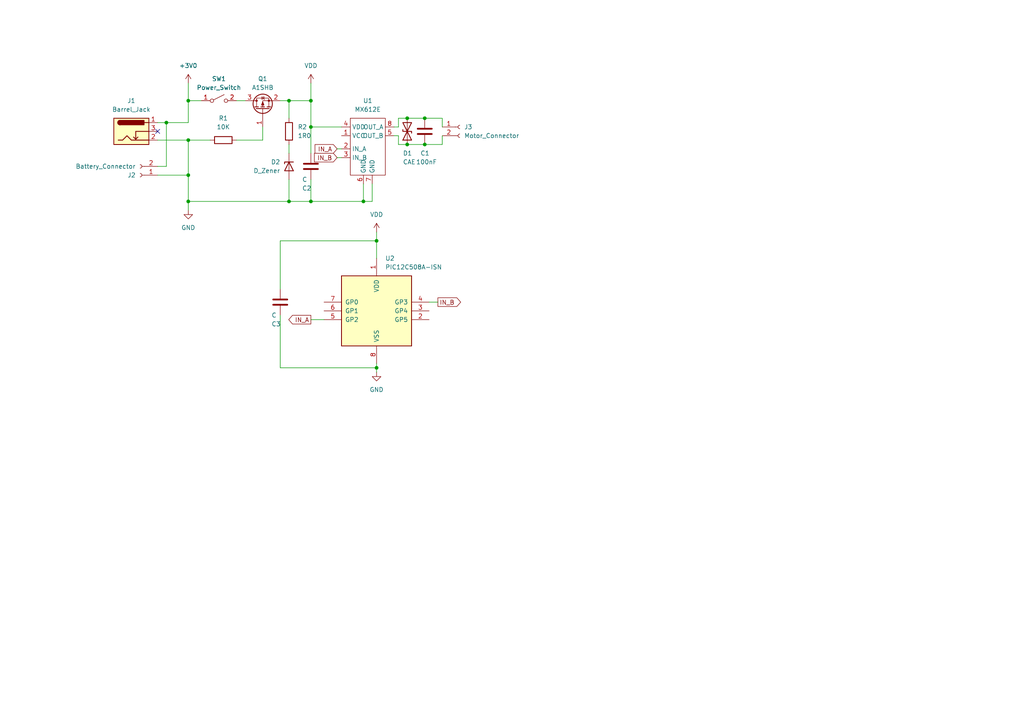
<source format=kicad_sch>
(kicad_sch (version 20231120) (generator "eeschema") (generator_version "8.0")
  (paper "A4")
  (title_block (title "Watch Winder Control PCB (reverse engineered)") (date "2023-11"))
  (lib_symbols
    (symbol "Connector:Barrel_Jack_Switch" (pin_names hide)
      (property "Reference" "J" (at 0 5.334 0))
      (property "Value" "Barrel_Jack_Switch" (at 0 -5.08 0))
      (symbol "Barrel_Jack_Switch_0_1"
        (rectangle (start -5.08 3.81) (end 5.08 -3.81) (stroke (width 0.254)) (fill (type background)))
        (arc (start -3.302 3.175) (mid -3.9343 2.54) (end -3.302 1.905) (stroke (width 0.254)))
        (arc (start -3.302 3.175) (mid -3.9343 2.54) (end -3.302 1.905) (stroke (width 0.254)) (fill (type outline)))
        (polyline (pts (xy 1.27 -2.286) (xy 1.905 -1.651)) (stroke (width 0.254)))
        (polyline (pts (xy 5.08 2.54) (xy 3.81 2.54)) (stroke (width 0.254)))
        (polyline (pts (xy 5.08 0) (xy 1.27 0) (xy 1.27 -2.286) (xy 0.635 -1.651)) (stroke (width 0.254)))
        (polyline (pts (xy -3.81 -2.54) (xy -2.54 -2.54) (xy -1.27 -1.27) (xy 0 -2.54) (xy 2.54 -2.54) (xy 5.08 -2.54)) (stroke (width 0.254)))
        (rectangle (start 3.683 3.175) (end -3.302 1.905) (stroke (width 0.254)) (fill (type outline)))
      )
      (symbol "Barrel_Jack_Switch_1_1"
        (pin passive line (at 7.62 2.54 180) (length 2.54) (name "~") (number "1"))
        (pin passive line (at 7.62 -2.54 180) (length 2.54) (name "~") (number "2"))
        (pin passive line (at 7.62 0 180) (length 2.54) (name "~") (number "3"))
      )
    )
    (symbol "Connector:Conn_01x02_Socket" (pin_names (offset 1.016) hide)
      (property "Reference" "J" (at 0 2.54 0))
      (property "Value" "Conn_01x02_Socket" (at 0 -5.08 0))
      (symbol "Conn_01x02_Socket_1_1"
        (arc (start 0 -2.032) (mid -0.5058 -2.54) (end 0 -3.048) (stroke (width 0.1524)))
        (polyline (pts (xy -1.27 -2.54) (xy -0.508 -2.54)) (stroke (width 0.1524)))
        (polyline (pts (xy -1.27 0) (xy -0.508 0)) (stroke (width 0.1524)))
        (arc (start 0 0.508) (mid -0.5058 0) (end 0 -0.508) (stroke (width 0.1524)))
        (pin passive line (at -5.08 0 0) (length 3.81) (name "Pin_1") (number "1"))
        (pin passive line (at -5.08 -2.54 0) (length 3.81) (name "Pin_2") (number "2"))
      )
    )
    (symbol "Device:C" (pin_numbers hide) (pin_names (offset 0.254))
      (property "Reference" "C" (at 0.635 2.54 0))
      (property "Value" "C" (at 0.635 -2.54 0))
      (symbol "C_0_1"
        (polyline (pts (xy -2.032 -0.762) (xy 2.032 -0.762)) (stroke (width 0.508)))
        (polyline (pts (xy -2.032 0.762) (xy 2.032 0.762)) (stroke (width 0.508)))
      )
      (symbol "C_1_1"
        (pin passive line (at 0 3.81 270) (length 2.794) (name "~") (number "1"))
        (pin passive line (at 0 -3.81 90) (length 2.794) (name "~") (number "2"))
      )
    )
    (symbol "Device:D_TVS" (pin_numbers hide) (pin_names (offset 1.016) hide)
      (property "Reference" "D" (at 0 2.54 0))
      (property "Value" "D_TVS" (at 0 -2.54 0))
      (symbol "D_TVS_0_1"
        (polyline (pts (xy 1.27 0) (xy -1.27 0)))
        (polyline (pts (xy 0.508 1.27) (xy 0 1.27) (xy 0 -1.27) (xy -0.508 -1.27)) (stroke (width 0.254)))
        (polyline (pts (xy -2.54 1.27) (xy -2.54 -1.27) (xy 2.54 1.27) (xy 2.54 -1.27) (xy -2.54 1.27)) (stroke (width 0.254)))
      )
      (symbol "D_TVS_1_1"
        (pin passive line (at -3.81 0 0) (length 2.54) (name "A1") (number "1"))
        (pin passive line (at 3.81 0 180) (length 2.54) (name "A2") (number "2"))
      )
    )
    (symbol "Device:D_Zener" (pin_numbers hide) (pin_names (offset 1.016) hide)
      (property "Reference" "D" (at 0 2.54 0))
      (property "Value" "D_Zener" (at 0 -2.54 0))
      (symbol "D_Zener_0_1"
        (polyline (pts (xy 1.27 0) (xy -1.27 0)))
        (polyline (pts (xy -1.27 -1.27) (xy -1.27 1.27) (xy -0.762 1.27)) (stroke (width 0.254)))
        (polyline (pts (xy 1.27 -1.27) (xy 1.27 1.27) (xy -1.27 0) (xy 1.27 -1.27)) (stroke (width 0.254)))
      )
      (symbol "D_Zener_1_1"
        (pin passive line (at -3.81 0 0) (length 2.54) (name "K") (number "1"))
        (pin passive line (at 3.81 0 180) (length 2.54) (name "A") (number "2"))
      )
    )
    (symbol "Device:R" (pin_numbers hide) (pin_names (offset 0))
      (property "Reference" "R" (at 2.032 0 90))
      (property "Value" "R" (at 0 0 90))
      (symbol "R_0_1"
        (rectangle (start -1.016 -2.54) (end 1.016 2.54) (stroke (width 0.254)))
      )
      (symbol "R_1_1"
        (pin passive line (at 0 3.81 270) (length 1.27) (name "~") (number "1"))
        (pin passive line (at 0 -3.81 90) (length 1.27) (name "~") (number "2"))
      )
    )
    (symbol "HB-Custom-Parts:MX612E"
      (property "Reference" "U" (at -5.08 11.43 0))
      (property "Value" "MX612E" (at -5.08 8.89 0))
      (symbol "MX612E_0_1"
        (rectangle (start -5.08 8.89) (end 5.08 -7.62))
      )
      (symbol "MX612E_1_1"
        (pin power_in line (at -7.62 3.81 0) (length 2.54) (name "VCC") (number "1"))
        (pin input line (at -7.62 0 0) (length 2.54) (name "IN_A") (number "2"))
        (pin input line (at -7.62 -2.54 0) (length 2.54) (name "IN_B") (number "3"))
        (pin power_in line (at -7.62 6.35 0) (length 2.54) (name "VDD") (number "4"))
        (pin power_out line (at 7.62 3.81 180) (length 2.54) (name "OUT_B") (number "5"))
        (pin power_in line (at -1.27 -10.16 90) (length 2.54) (name "GND") (number "6"))
        (pin power_in line (at 1.27 -10.16 90) (length 2.54) (name "GND") (number "7"))
        (pin power_out line (at 7.62 6.35 180) (length 2.54) (name "OUT_A") (number "8"))
      )
    )
    (symbol "MCU_Microchip_PIC12:PIC12C508A-ISN" (pin_names (offset 1.016))
      (property "Reference" "U" (at 1.27 13.97 0))
      (property "Value" "PIC12C508A-ISN" (at 1.27 11.43 0))
      (symbol "PIC12C508A-ISN_0_1"
        (rectangle (start 10.16 -10.16) (end -10.16 10.16) (stroke (width 0.254)) (fill (type background)))
      )
      (symbol "PIC12C508A-ISN_1_1"
        (pin power_in line (at 0 15.24 270) (length 5.08) (name "VDD") (number "1"))
        (pin bidirectional line (at 15.24 -2.54 180) (length 5.08) (name "GP5") (number "2"))
        (pin bidirectional line (at 15.24 0 180) (length 5.08) (name "GP4") (number "3"))
        (pin input line (at 15.24 2.54 180) (length 5.08) (name "GP3") (number "4"))
        (pin bidirectional line (at -15.24 -2.54 0) (length 5.08) (name "GP2") (number "5"))
        (pin bidirectional line (at -15.24 0 0) (length 5.08) (name "GP1") (number "6"))
        (pin bidirectional line (at -15.24 2.54 0) (length 5.08) (name "GP0") (number "7"))
        (pin power_in line (at 0 -15.24 90) (length 5.08) (name "VSS") (number "8"))
      )
    )
    (symbol "Switch:SW_SPST" (pin_names (offset 0) hide)
      (property "Reference" "SW" (at 0 3.175 0))
      (property "Value" "SW_SPST" (at 0 -2.54 0))
      (symbol "SW_SPST_0_0"
        (circle (center -2.032 0) (radius 0.508))
        (polyline (pts (xy -1.524 0.254) (xy 1.524 1.778)))
        (circle (center 2.032 0) (radius 0.508))
      )
      (symbol "SW_SPST_1_1"
        (pin passive line (at -5.08 0 0) (length 2.54) (name "A") (number "1"))
        (pin passive line (at 5.08 0 180) (length 2.54) (name "B") (number "2"))
      )
    )
    (symbol "Transistor_FET:BSS84" (pin_names hide)
      (property "Reference" "Q" (at 5.08 1.905 0))
      (property "Value" "BSS84" (at 5.08 0 0))
      (symbol "BSS84_0_1"
        (polyline (pts (xy 0.254 0) (xy -2.54 0)))
        (polyline (pts (xy 0.254 1.905) (xy 0.254 -1.905)) (stroke (width 0.254)))
        (polyline (pts (xy 0.762 -1.27) (xy 0.762 -2.286)) (stroke (width 0.254)))
        (polyline (pts (xy 0.762 0.508) (xy 0.762 -0.508)) (stroke (width 0.254)))
        (polyline (pts (xy 0.762 2.286) (xy 0.762 1.27)) (stroke (width 0.254)))
        (polyline (pts (xy 2.54 2.54) (xy 2.54 1.778)))
        (polyline (pts (xy 2.54 -2.54) (xy 2.54 0) (xy 0.762 0)))
        (polyline (pts (xy 0.762 1.778) (xy 3.302 1.778) (xy 3.302 -1.778) (xy 0.762 -1.778)))
        (polyline (pts (xy 2.286 0) (xy 1.27 0.381) (xy 1.27 -0.381) (xy 2.286 0)) (fill (type outline)))
        (polyline (pts (xy 2.794 -0.508) (xy 2.921 -0.381) (xy 3.683 -0.381) (xy 3.81 -0.254)))
        (polyline (pts (xy 3.302 -0.381) (xy 2.921 0.254) (xy 3.683 0.254) (xy 3.302 -0.381)))
        (circle (center 1.651 0) (radius 2.794) (stroke (width 0.254)))
        (circle (center 2.54 -1.778) (radius 0.254) (fill (type outline)))
        (circle (center 2.54 1.778) (radius 0.254) (fill (type outline)))
      )
      (symbol "BSS84_1_1"
        (pin input line (at -5.08 0 0) (length 2.54) (name "G") (number "1"))
        (pin passive line (at 2.54 -5.08 90) (length 2.54) (name "S") (number "2"))
        (pin passive line (at 2.54 5.08 270) (length 2.54) (name "D") (number "3"))
      )
    )
    (symbol "power:+3V0" (power) (pin_names (offset 0))
      (property "Value" "+3V0" (at 0 3.556 0))
      (symbol "+3V0_0_1"
        (polyline (pts (xy -0.762 1.27) (xy 0 2.54)))
        (polyline (pts (xy 0 0) (xy 0 2.54)))
        (polyline (pts (xy 0 2.54) (xy 0.762 1.27)))
      )
      (symbol "+3V0_1_1"
        (pin power_in line (at 0 0 90) (length 0) hide (name "+3V0") (number "1"))
      )
    )
    (symbol "power:GND" (power) (pin_names (offset 0))
      (property "Value" "GND" (at 0 -3.81 0))
      (symbol "GND_0_1"
        (polyline (pts (xy 0 0) (xy 0 -1.27) (xy 1.27 -1.27) (xy 0 -2.54) (xy -1.27 -1.27) (xy 0 -1.27)))
      )
      (symbol "GND_1_1"
        (pin power_in line (at 0 0 270) (length 0) hide (name "GND") (number "1"))
      )
    )
    (symbol "power:VDD" (power) (pin_names (offset 0))
      (property "Value" "VDD" (at 0 3.81 0))
      (symbol "VDD_0_1"
        (polyline (pts (xy -0.762 1.27) (xy 0 2.54)))
        (polyline (pts (xy 0 0) (xy 0 2.54)))
        (polyline (pts (xy 0 2.54) (xy 0.762 1.27)))
      )
      (symbol "VDD_1_1"
        (pin power_in line (at 0 0 90) (length 0) hide (name "VDD") (number "1"))
      )
    )
  )
  (junction (at 109.22 106.68))
  (junction (at 118.11 41.91))
  (junction (at 54.61 58.42))
  (junction (at 54.61 29.21))
  (junction (at 118.11 34.29))
  (junction (at 123.19 34.29))
  (junction (at 105.41 58.42))
  (junction (at 48.26 35.56))
  (junction (at 109.22 69.85))
  (junction (at 90.17 36.83))
  (junction (at 54.61 40.64))
  (junction (at 54.61 50.8))
  (junction (at 90.17 29.21))
  (junction (at 83.82 29.21))
  (junction (at 123.19 41.91))
  (junction (at 90.17 58.42))
  (junction (at 83.82 58.42))
  (no_connect (at 45.72 38.1))
  (wire (pts (xy 90.17 24.13) (xy 90.17 29.21)))
  (wire (pts (xy 54.61 29.21) (xy 58.42 29.21)))
  (wire (pts (xy 115.57 39.37) (xy 114.3 39.37)))
  (wire (pts (xy 124.46 87.63) (xy 127 87.63)))
  (wire (pts (xy 107.95 53.34) (xy 107.95 58.42)))
  (wire (pts (xy 109.22 105.41) (xy 109.22 106.68)))
  (wire (pts (xy 83.82 29.21) (xy 83.82 34.29)))
  (wire (pts (xy 81.28 69.85) (xy 109.22 69.85)))
  (wire (pts (xy 90.17 52.07) (xy 90.17 58.42)))
  (wire (pts (xy 118.11 41.91) (xy 123.19 41.91)))
  (wire (pts (xy 115.57 34.29) (xy 118.11 34.29)))
  (wire (pts (xy 115.57 41.91) (xy 118.11 41.91)))
  (wire (pts (xy 115.57 39.37) (xy 115.57 41.91)))
  (wire (pts (xy 90.17 36.83) (xy 90.17 44.45)))
  (wire (pts (xy 54.61 29.21) (xy 54.61 35.56)))
  (wire (pts (xy 45.72 48.26) (xy 48.26 48.26)))
  (wire (pts (xy 118.11 34.29) (xy 123.19 34.29)))
  (wire (pts (xy 83.82 41.91) (xy 83.82 44.45)))
  (wire (pts (xy 83.82 58.42) (xy 54.61 58.42)))
  (wire (pts (xy 109.22 106.68) (xy 109.22 107.95)))
  (wire (pts (xy 107.95 58.42) (xy 105.41 58.42)))
  (wire (pts (xy 76.2 36.83) (xy 76.2 40.64)))
  (wire (pts (xy 128.27 34.29) (xy 128.27 36.83)))
  (wire (pts (xy 81.28 106.68) (xy 109.22 106.68)))
  (wire (pts (xy 90.17 29.21) (xy 90.17 36.83)))
  (wire (pts (xy 81.28 29.21) (xy 83.82 29.21)))
  (wire (pts (xy 105.41 53.34) (xy 105.41 58.42)))
  (wire (pts (xy 128.27 39.37) (xy 128.27 41.91)))
  (wire (pts (xy 97.79 45.72) (xy 99.06 45.72)))
  (wire (pts (xy 68.58 40.64) (xy 76.2 40.64)))
  (wire (pts (xy 90.17 92.71) (xy 93.98 92.71)))
  (wire (pts (xy 81.28 91.44) (xy 81.28 106.68)))
  (wire (pts (xy 115.57 36.83) (xy 115.57 34.29)))
  (wire (pts (xy 54.61 50.8) (xy 54.61 58.42)))
  (wire (pts (xy 123.19 34.29) (xy 128.27 34.29)))
  (wire (pts (xy 109.22 67.31) (xy 109.22 69.85)))
  (wire (pts (xy 83.82 29.21) (xy 90.17 29.21)))
  (wire (pts (xy 45.72 50.8) (xy 54.61 50.8)))
  (wire (pts (xy 90.17 36.83) (xy 99.06 36.83)))
  (wire (pts (xy 81.28 83.82) (xy 81.28 69.85)))
  (wire (pts (xy 115.57 36.83) (xy 114.3 36.83)))
  (wire (pts (xy 54.61 24.13) (xy 54.61 29.21)))
  (wire (pts (xy 109.22 69.85) (xy 109.22 74.93)))
  (wire (pts (xy 48.26 48.26) (xy 48.26 35.56)))
  (wire (pts (xy 54.61 58.42) (xy 54.61 60.96)))
  (wire (pts (xy 105.41 58.42) (xy 90.17 58.42)))
  (wire (pts (xy 54.61 40.64) (xy 60.96 40.64)))
  (wire (pts (xy 90.17 58.42) (xy 83.82 58.42)))
  (wire (pts (xy 97.79 43.18) (xy 99.06 43.18)))
  (wire (pts (xy 123.19 41.91) (xy 128.27 41.91)))
  (wire (pts (xy 45.72 35.56) (xy 48.26 35.56)))
  (wire (pts (xy 48.26 35.56) (xy 54.61 35.56)))
  (wire (pts (xy 54.61 40.64) (xy 54.61 50.8)))
  (wire (pts (xy 68.58 29.21) (xy 71.12 29.21)))
  (wire (pts (xy 83.82 52.07) (xy 83.82 58.42)))
  (wire (pts (xy 45.72 40.64) (xy 54.61 40.64)))
  (global_label "IN_B" (shape output) (at 127 87.63 0) (property "Intersheetrefs" "${INTERSHEET_REFS}" (effects (hide yes))))
  (global_label "IN_A" (shape output) (at 90.17 92.71 180) (property "Intersheetrefs" "${INTERSHEET_REFS}" (effects (hide yes))))
  (global_label "IN_A" (shape input) (at 97.79 43.18 180) (property "Intersheetrefs" "${INTERSHEET_REFS}" (effects (hide yes))))
  (global_label "IN_B" (shape input) (at 97.79 45.72 180) (property "Intersheetrefs" "${INTERSHEET_REFS}" (effects (hide yes))))
  (symbol (lib_id "Device:C") (at 90.17 48.26 0) (unit 1)
    (property "Reference" "C2" (at 87.63 54.61 0) (effects (justify left)))
    (property "Value" "C" (at 87.63 52.07 0) (effects (justify left)))
  )
  (symbol (lib_id "Device:R") (at 83.82 38.1 0) (unit 1)
    (property "Reference" "R2" (at 86.36 36.8299 0) (effects (justify left)))
    (property "Value" "1R0" (at 86.36 39.3699 0) (effects (justify left)))
  )
  (symbol (lib_id "MCU_Microchip_PIC12:PIC12C508A-ISN") (at 109.22 90.17 0) (unit 1)
    (property "Reference" "U2" (at 111.722 74.93 0) (effects (justify left)))
    (property "Value" "PIC12C508A-ISN" (at 111.722 77.47 0) (effects (justify left)))
    (property "Footprint" "Package_DIP:DIP-8_W7.62mm" (effects (hide yes)))
    (property "Datasheet" "http://ww1.microchip.com/downloads/en/devicedoc/40139e.pdf" (effects (hide yes)))
  )
  (symbol (lib_id "Device:R") (at 64.77 40.64 90) (unit 1)
    (property "Reference" "R1" (at 64.77 34.29 90))
    (property "Value" "10K" (at 64.77 36.83 90))
  )
  (symbol (lib_id "Transistor_FET:BSS84") (at 76.2 31.75 90) (unit 1)
    (property "Reference" "Q1" (at 76.2 22.86 90))
    (property "Value" "A1SHB" (at 76.2 25.4 90))
    (property "Footprint" "Package_TO_SOT_SMD:SOT-23" (effects (hide yes)))
    (property "Datasheet" "http://assets.nexperia.com/documents/data-sheet/BSS84.pdf" (effects (hide yes)))
  )
  (symbol (lib_id "power:VDD") (at 109.22 67.31 0) (unit 1)
    (property "Reference" "#PWR05" (effects (hide yes)))
    (property "Value" "VDD" (at 109.22 62.23 0))
  )
  (symbol (lib_id "Device:C") (at 81.28 87.63 0) (unit 1)
    (property "Reference" "C3" (at 78.74 93.98 0) (effects (justify left)))
    (property "Value" "C" (at 78.74 91.44 0) (effects (justify left)))
  )
  (symbol (lib_id "power:+3V0") (at 54.61 24.13 0) (unit 1)
    (property "Reference" "#PWR01" (effects (hide yes)))
    (property "Value" "+3V0" (at 54.61 19.05 0))
  )
  (symbol (lib_id "power:GND") (at 109.22 107.95 0) (unit 1)
    (property "Reference" "#PWR03" (effects (hide yes)))
    (property "Value" "GND" (at 109.22 113.03 0))
  )
  (symbol (lib_id "Device:C") (at 123.19 38.1 0) (unit 1)
    (property "Reference" "C1" (at 121.92 44.45 0) (effects (justify left)))
    (property "Value" "100nF" (at 120.65 46.99 0) (effects (justify left)))
  )
  (symbol (lib_id "HB-Custom-Parts:MX612E") (at 106.68 43.18 0) (unit 1)
    (property "Reference" "U1" (at 106.68 29.21 0))
    (property "Value" "MX612E" (at 106.68 31.75 0))
    (property "Footprint" "Package_SO:SOP-8_3.76x4.96mm_P1.27mm" (effects (hide yes)))
    (property "Datasheet" "https://datasheet.lcsc.com/lcsc/1810161611_Mixic-MX612E_C110207.pdf" (effects (hide yes)))
  )
  (symbol (lib_id "Device:D_Zener") (at 83.82 48.26 90) (mirror x) (unit 1)
    (property "Reference" "D2" (at 81.28 46.9899 90) (effects (justify left)))
    (property "Value" "D_Zener" (at 81.28 49.5299 90) (effects (justify left)))
  )
  (symbol (lib_id "Connector:Conn_01x02_Socket") (at 40.64 50.8 180) (unit 1)
    (property "Reference" "J2" (at 39.37 50.8001 0) (effects (justify left)))
    (property "Value" "Battery_Connector" (at 39.37 48.2601 0) (effects (justify left)))
  )
  (symbol (lib_id "Connector:Conn_01x02_Socket") (at 133.35 36.83 0) (unit 1)
    (property "Reference" "J3" (at 134.62 36.8299 0) (effects (justify left)))
    (property "Value" "Motor_Connector" (at 134.62 39.3699 0) (effects (justify left)))
  )
  (symbol (lib_id "power:VDD") (at 90.17 24.13 0) (unit 1)
    (property "Reference" "#PWR04" (effects (hide yes)))
    (property "Value" "VDD" (at 90.17 19.05 0))
  )
  (symbol (lib_id "Device:D_TVS") (at 118.11 38.1 90) (unit 1)
    (property "Reference" "D1" (at 116.84 44.45 90) (effects (justify right)))
    (property "Value" "CAE" (at 116.84 46.99 90) (effects (justify right)))
  )
  (symbol (lib_id "power:GND") (at 54.61 60.96 0) (unit 1)
    (property "Reference" "#PWR02" (effects (hide yes)))
    (property "Value" "GND" (at 54.61 66.04 0))
  )
  (symbol (lib_id "Connector:Barrel_Jack_Switch") (at 38.1 38.1 0) (unit 1)
    (property "Reference" "J1" (at 38.1 29.21 0))
    (property "Value" "Barrel_Jack" (at 38.1 31.75 0))
  )
  (symbol (lib_id "Switch:SW_SPST") (at 63.5 29.21 0) (unit 1)
    (property "Reference" "SW1" (at 63.5 22.86 0))
    (property "Value" "Power_Switch" (at 63.5 25.4 0))
  )
)
</source>
